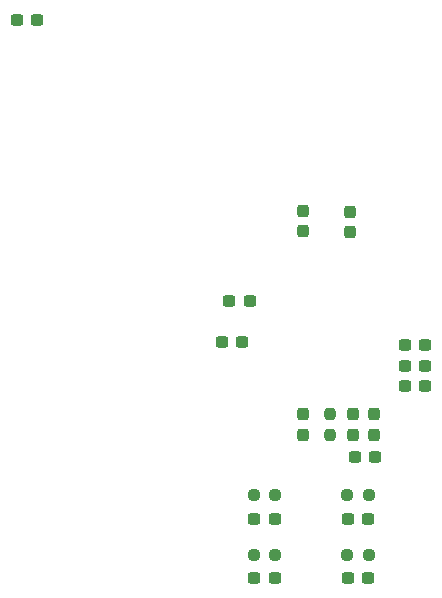
<source format=gbr>
%TF.GenerationSoftware,KiCad,Pcbnew,7.0.1-3b83917a11~172~ubuntu22.04.1*%
%TF.CreationDate,2023-03-26T14:08:46+09:00*%
%TF.ProjectId,Akashi-13,416b6173-6869-42d3-9133-2e6b69636164,rev?*%
%TF.SameCoordinates,Original*%
%TF.FileFunction,Paste,Bot*%
%TF.FilePolarity,Positive*%
%FSLAX46Y46*%
G04 Gerber Fmt 4.6, Leading zero omitted, Abs format (unit mm)*
G04 Created by KiCad (PCBNEW 7.0.1-3b83917a11~172~ubuntu22.04.1) date 2023-03-26 14:08:46*
%MOMM*%
%LPD*%
G01*
G04 APERTURE LIST*
G04 Aperture macros list*
%AMRoundRect*
0 Rectangle with rounded corners*
0 $1 Rounding radius*
0 $2 $3 $4 $5 $6 $7 $8 $9 X,Y pos of 4 corners*
0 Add a 4 corners polygon primitive as box body*
4,1,4,$2,$3,$4,$5,$6,$7,$8,$9,$2,$3,0*
0 Add four circle primitives for the rounded corners*
1,1,$1+$1,$2,$3*
1,1,$1+$1,$4,$5*
1,1,$1+$1,$6,$7*
1,1,$1+$1,$8,$9*
0 Add four rect primitives between the rounded corners*
20,1,$1+$1,$2,$3,$4,$5,0*
20,1,$1+$1,$4,$5,$6,$7,0*
20,1,$1+$1,$6,$7,$8,$9,0*
20,1,$1+$1,$8,$9,$2,$3,0*%
G04 Aperture macros list end*
%ADD10RoundRect,0.237500X-0.250000X-0.237500X0.250000X-0.237500X0.250000X0.237500X-0.250000X0.237500X0*%
%ADD11RoundRect,0.237500X0.300000X0.237500X-0.300000X0.237500X-0.300000X-0.237500X0.300000X-0.237500X0*%
%ADD12RoundRect,0.237500X-0.237500X0.300000X-0.237500X-0.300000X0.237500X-0.300000X0.237500X0.300000X0*%
%ADD13RoundRect,0.237500X0.237500X-0.300000X0.237500X0.300000X-0.237500X0.300000X-0.237500X-0.300000X0*%
%ADD14RoundRect,0.237500X0.250000X0.237500X-0.250000X0.237500X-0.250000X-0.237500X0.250000X-0.237500X0*%
%ADD15RoundRect,0.237500X-0.237500X0.250000X-0.237500X-0.250000X0.237500X-0.250000X0.237500X0.250000X0*%
%ADD16RoundRect,0.237500X-0.300000X-0.237500X0.300000X-0.237500X0.300000X0.237500X-0.300000X0.237500X0*%
G04 APERTURE END LIST*
D10*
%TO.C,R5*%
X126087500Y-124000000D03*
X127912500Y-124000000D03*
%TD*%
D11*
%TO.C,C15*%
X125730000Y-107500000D03*
X124005000Y-107500000D03*
%TD*%
D12*
%TO.C,C13*%
X130250000Y-117137500D03*
X130250000Y-118862500D03*
%TD*%
D13*
%TO.C,C16*%
X130250000Y-101612500D03*
X130250000Y-99887500D03*
%TD*%
D14*
%TO.C,R6*%
X135825000Y-129000000D03*
X134000000Y-129000000D03*
%TD*%
D15*
%TO.C,R11*%
X132500000Y-117087500D03*
X132500000Y-118912500D03*
%TD*%
D16*
%TO.C,C1*%
X134050000Y-126000000D03*
X135775000Y-126000000D03*
%TD*%
%TO.C,C9*%
X138887500Y-113000000D03*
X140612500Y-113000000D03*
%TD*%
%TO.C,C12*%
X138887500Y-114750000D03*
X140612500Y-114750000D03*
%TD*%
D11*
%TO.C,C4*%
X127862500Y-131000000D03*
X126137500Y-131000000D03*
%TD*%
%TO.C,C10*%
X125095000Y-111000000D03*
X123370000Y-111000000D03*
%TD*%
D16*
%TO.C,C7*%
X138887500Y-111250000D03*
X140612500Y-111250000D03*
%TD*%
%TO.C,C6*%
X134637500Y-120750000D03*
X136362500Y-120750000D03*
%TD*%
%TO.C,C11*%
X106025000Y-83750000D03*
X107750000Y-83750000D03*
%TD*%
%TO.C,C3*%
X134050000Y-131000000D03*
X135775000Y-131000000D03*
%TD*%
D14*
%TO.C,R4*%
X135825000Y-124000000D03*
X134000000Y-124000000D03*
%TD*%
D11*
%TO.C,C2*%
X127862500Y-126000000D03*
X126137500Y-126000000D03*
%TD*%
D12*
%TO.C,C8*%
X134500000Y-117137500D03*
X134500000Y-118862500D03*
%TD*%
%TO.C,C14*%
X136250000Y-117137500D03*
X136250000Y-118862500D03*
%TD*%
D10*
%TO.C,R7*%
X126087500Y-129000000D03*
X127912500Y-129000000D03*
%TD*%
D13*
%TO.C,C17*%
X134250000Y-101725000D03*
X134250000Y-100000000D03*
%TD*%
M02*

</source>
